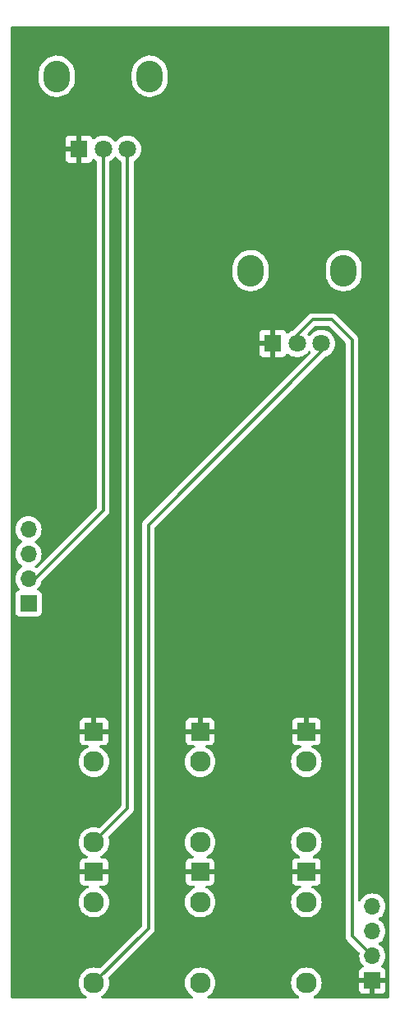
<source format=gbr>
%TF.GenerationSoftware,KiCad,Pcbnew,7.0.10*%
%TF.CreationDate,2024-02-20T21:55:09-06:00*%
%TF.ProjectId,Dual_VCA,4475616c-5f56-4434-912e-6b696361645f,rev?*%
%TF.SameCoordinates,Original*%
%TF.FileFunction,Copper,L2,Bot*%
%TF.FilePolarity,Positive*%
%FSLAX46Y46*%
G04 Gerber Fmt 4.6, Leading zero omitted, Abs format (unit mm)*
G04 Created by KiCad (PCBNEW 7.0.10) date 2024-02-20 21:55:09*
%MOMM*%
%LPD*%
G01*
G04 APERTURE LIST*
%TA.AperFunction,ComponentPad*%
%ADD10R,1.930000X1.830000*%
%TD*%
%TA.AperFunction,ComponentPad*%
%ADD11C,2.130000*%
%TD*%
%TA.AperFunction,ComponentPad*%
%ADD12R,1.700000X1.700000*%
%TD*%
%TA.AperFunction,ComponentPad*%
%ADD13O,1.700000X1.700000*%
%TD*%
%TA.AperFunction,ComponentPad*%
%ADD14O,2.720000X3.240000*%
%TD*%
%TA.AperFunction,ComponentPad*%
%ADD15R,1.800000X1.800000*%
%TD*%
%TA.AperFunction,ComponentPad*%
%ADD16C,1.800000*%
%TD*%
%TA.AperFunction,Conductor*%
%ADD17C,0.300000*%
%TD*%
G04 APERTURE END LIST*
D10*
%TO.P,J6,S*%
%TO.N,GND*%
X173310000Y-127100000D03*
D11*
%TO.P,J6,T*%
%TO.N,/in2_b*%
X173310000Y-138500000D03*
%TO.P,J6,TN*%
%TO.N,unconnected-(J6-PadTN)*%
X173310000Y-130200000D03*
%TD*%
D12*
%TO.P,J10,1,Pin_1*%
%TO.N,GND*%
X191060000Y-152730000D03*
D13*
%TO.P,J10,2,Pin_2*%
%TO.N,/cv1_b*%
X191060000Y-150190000D03*
%TO.P,J10,3,Pin_3*%
%TO.N,/out1_b*%
X191060000Y-147650000D03*
%TO.P,J10,4,Pin_4*%
%TO.N,/in1_b*%
X191060000Y-145110000D03*
%TD*%
D10*
%TO.P,J5,S*%
%TO.N,GND*%
X184260000Y-127100000D03*
D11*
%TO.P,J5,T*%
%TO.N,/out2_b*%
X184260000Y-138500000D03*
%TO.P,J5,TN*%
%TO.N,unconnected-(J5-PadTN)*%
X184260000Y-130200000D03*
%TD*%
D10*
%TO.P,J2,S*%
%TO.N,GND*%
X184260000Y-141550000D03*
D11*
%TO.P,J2,T*%
%TO.N,/out1_b*%
X184260000Y-152950000D03*
%TO.P,J2,TN*%
%TO.N,unconnected-(J2-PadTN)*%
X184260000Y-144650000D03*
%TD*%
D12*
%TO.P,J9,1,Pin_1*%
%TO.N,unconnected-(J9-Pin_1-Pad1)*%
X155610000Y-113930000D03*
D13*
%TO.P,J9,2,Pin_2*%
%TO.N,/cv2_b*%
X155610000Y-111390000D03*
%TO.P,J9,3,Pin_3*%
%TO.N,/in2_b*%
X155610000Y-108850000D03*
%TO.P,J9,4,Pin_4*%
%TO.N,/out2_b*%
X155610000Y-106310000D03*
%TD*%
D14*
%TO.P,RV5,*%
%TO.N,*%
X158520000Y-59700000D03*
X168120000Y-59700000D03*
D15*
%TO.P,RV5,1,1*%
%TO.N,GND*%
X160820000Y-67200000D03*
D16*
%TO.P,RV5,2,2*%
%TO.N,/cv2_b*%
X163310000Y-67200000D03*
%TO.P,RV5,3,3*%
%TO.N,Net-(J7-PadT)*%
X165820000Y-67200000D03*
%TD*%
D10*
%TO.P,J1,S*%
%TO.N,GND*%
X162360000Y-141550000D03*
D11*
%TO.P,J1,T*%
%TO.N,Net-(J1-PadT)*%
X162360000Y-152950000D03*
%TO.P,J1,TN*%
%TO.N,unconnected-(J1-PadTN)*%
X162360000Y-144650000D03*
%TD*%
D10*
%TO.P,J3,S*%
%TO.N,GND*%
X173310000Y-141550000D03*
D11*
%TO.P,J3,T*%
%TO.N,/in1_b*%
X173310000Y-152950000D03*
%TO.P,J3,TN*%
%TO.N,unconnected-(J3-PadTN)*%
X173310000Y-144650000D03*
%TD*%
D10*
%TO.P,J7,S*%
%TO.N,GND*%
X162360000Y-127100000D03*
D11*
%TO.P,J7,T*%
%TO.N,Net-(J7-PadT)*%
X162360000Y-138500000D03*
%TO.P,J7,TN*%
%TO.N,unconnected-(J7-PadTN)*%
X162360000Y-130200000D03*
%TD*%
D14*
%TO.P,RV1,*%
%TO.N,*%
X178510000Y-79695000D03*
X188110000Y-79695000D03*
D15*
%TO.P,RV1,1,1*%
%TO.N,GND*%
X180810000Y-87195000D03*
D16*
%TO.P,RV1,2,2*%
%TO.N,/cv1_b*%
X183310000Y-87195000D03*
%TO.P,RV1,3,3*%
%TO.N,Net-(J1-PadT)*%
X185810000Y-87195000D03*
%TD*%
D17*
%TO.N,/cv1_b*%
X184910000Y-84740000D02*
X183310000Y-86340000D01*
%TO.N,Net-(J1-PadT)*%
X185810000Y-88010000D02*
X167970000Y-105850000D01*
X167970000Y-147340000D02*
X162360000Y-152950000D01*
X185810000Y-87195000D02*
X185810000Y-88010000D01*
X167970000Y-105850000D02*
X167970000Y-147340000D01*
%TO.N,Net-(J7-PadT)*%
X165820000Y-135040000D02*
X162360000Y-138500000D01*
X165820000Y-67200000D02*
X165820000Y-135040000D01*
%TO.N,/cv1_b*%
X188970000Y-148150000D02*
X191010000Y-150190000D01*
X183310000Y-86340000D02*
X183310000Y-87195000D01*
X186860000Y-84740000D02*
X184910000Y-84740000D01*
X188960000Y-148150000D02*
X188960000Y-86840000D01*
%TO.N,/cv2_b*%
X156310000Y-111390000D02*
X163310000Y-104390000D01*
%TO.N,/cv1_b*%
X188960000Y-86840000D02*
X186860000Y-84740000D01*
%TO.N,/cv2_b*%
X163310000Y-104390000D02*
X163310000Y-67200000D01*
%TO.N,/cv1_b*%
X188960000Y-148150000D02*
X188970000Y-148150000D01*
%TO.N,/cv2_b*%
X155560000Y-111390000D02*
X156310000Y-111390000D01*
%TD*%
%TA.AperFunction,Conductor*%
%TO.N,GND*%
G36*
X192752539Y-54550185D02*
G01*
X192798294Y-54602989D01*
X192809500Y-54654500D01*
X192809500Y-154405500D01*
X192789815Y-154472539D01*
X192737011Y-154518294D01*
X192685500Y-154529500D01*
X185118342Y-154529500D01*
X185051303Y-154509815D01*
X185005548Y-154457011D01*
X184995604Y-154387853D01*
X185024629Y-154324297D01*
X185053548Y-154299774D01*
X185183023Y-154220433D01*
X185370399Y-154060399D01*
X185530433Y-153873023D01*
X185659184Y-153662920D01*
X185753483Y-153435262D01*
X185811007Y-153195655D01*
X185830341Y-152950000D01*
X185811007Y-152704345D01*
X185753483Y-152464738D01*
X185703657Y-152344447D01*
X185659184Y-152237079D01*
X185530436Y-152026981D01*
X185530435Y-152026979D01*
X185494280Y-151984648D01*
X185370399Y-151839601D01*
X185246516Y-151733795D01*
X185183020Y-151679564D01*
X185183018Y-151679563D01*
X184972920Y-151550815D01*
X184745264Y-151456517D01*
X184505658Y-151398993D01*
X184260000Y-151379659D01*
X184014341Y-151398993D01*
X183774735Y-151456517D01*
X183547079Y-151550815D01*
X183336981Y-151679563D01*
X183336979Y-151679564D01*
X183149601Y-151839601D01*
X182989564Y-152026979D01*
X182989563Y-152026981D01*
X182860815Y-152237079D01*
X182766517Y-152464735D01*
X182708993Y-152704341D01*
X182689659Y-152950000D01*
X182708993Y-153195658D01*
X182766517Y-153435264D01*
X182860815Y-153662920D01*
X182989563Y-153873018D01*
X182989564Y-153873020D01*
X182989567Y-153873023D01*
X183149601Y-154060399D01*
X183336977Y-154220433D01*
X183466449Y-154299773D01*
X183513323Y-154351584D01*
X183524746Y-154420514D01*
X183497089Y-154484677D01*
X183439133Y-154523701D01*
X183401658Y-154529500D01*
X174168342Y-154529500D01*
X174101303Y-154509815D01*
X174055548Y-154457011D01*
X174045604Y-154387853D01*
X174074629Y-154324297D01*
X174103548Y-154299774D01*
X174233023Y-154220433D01*
X174420399Y-154060399D01*
X174580433Y-153873023D01*
X174709184Y-153662920D01*
X174803483Y-153435262D01*
X174861007Y-153195655D01*
X174880341Y-152950000D01*
X174861007Y-152704345D01*
X174803483Y-152464738D01*
X174753657Y-152344447D01*
X174709184Y-152237079D01*
X174580436Y-152026981D01*
X174580435Y-152026979D01*
X174544280Y-151984648D01*
X174420399Y-151839601D01*
X174296516Y-151733795D01*
X174233020Y-151679564D01*
X174233018Y-151679563D01*
X174022920Y-151550815D01*
X173795264Y-151456517D01*
X173555658Y-151398993D01*
X173310000Y-151379659D01*
X173064341Y-151398993D01*
X172824735Y-151456517D01*
X172597079Y-151550815D01*
X172386981Y-151679563D01*
X172386979Y-151679564D01*
X172199601Y-151839601D01*
X172039564Y-152026979D01*
X172039563Y-152026981D01*
X171910815Y-152237079D01*
X171816517Y-152464735D01*
X171758993Y-152704341D01*
X171739659Y-152950000D01*
X171758993Y-153195658D01*
X171816517Y-153435264D01*
X171910815Y-153662920D01*
X172039563Y-153873018D01*
X172039564Y-153873020D01*
X172039567Y-153873023D01*
X172199601Y-154060399D01*
X172386977Y-154220433D01*
X172516449Y-154299773D01*
X172563323Y-154351584D01*
X172574746Y-154420514D01*
X172547089Y-154484677D01*
X172489133Y-154523701D01*
X172451658Y-154529500D01*
X163218342Y-154529500D01*
X163151303Y-154509815D01*
X163105548Y-154457011D01*
X163095604Y-154387853D01*
X163124629Y-154324297D01*
X163153548Y-154299774D01*
X163283023Y-154220433D01*
X163470399Y-154060399D01*
X163630433Y-153873023D01*
X163759184Y-153662920D01*
X163853483Y-153435262D01*
X163911007Y-153195655D01*
X163930341Y-152950000D01*
X163911007Y-152704345D01*
X163853483Y-152464738D01*
X163852604Y-152461075D01*
X163856095Y-152391292D01*
X163885495Y-152344449D01*
X168369513Y-147860431D01*
X168382079Y-147850365D01*
X168381925Y-147850178D01*
X168387933Y-147845205D01*
X168387940Y-147845202D01*
X168411227Y-147820402D01*
X168435865Y-147794167D01*
X168438578Y-147791367D01*
X168458911Y-147771035D01*
X168461606Y-147767560D01*
X168469199Y-147758669D01*
X168500448Y-147725393D01*
X168510674Y-147706790D01*
X168521353Y-147690533D01*
X168534362Y-147673764D01*
X168552498Y-147631850D01*
X168557620Y-147621395D01*
X168579627Y-147581368D01*
X168584907Y-147560802D01*
X168591209Y-147542395D01*
X168599635Y-147522926D01*
X168606777Y-147477824D01*
X168609145Y-147466397D01*
X168620499Y-147422179D01*
X168620500Y-147422177D01*
X168620500Y-147400955D01*
X168622027Y-147381555D01*
X168625347Y-147360595D01*
X168621050Y-147315140D01*
X168620500Y-147303470D01*
X168620500Y-144650000D01*
X171739659Y-144650000D01*
X171758993Y-144895658D01*
X171816517Y-145135264D01*
X171910815Y-145362920D01*
X172039563Y-145573018D01*
X172039564Y-145573020D01*
X172040114Y-145573664D01*
X172199601Y-145760399D01*
X172344648Y-145884280D01*
X172386979Y-145920435D01*
X172386981Y-145920436D01*
X172597079Y-146049184D01*
X172824735Y-146143482D01*
X172824736Y-146143482D01*
X172824738Y-146143483D01*
X173064345Y-146201007D01*
X173310000Y-146220341D01*
X173555655Y-146201007D01*
X173795262Y-146143483D01*
X174022920Y-146049184D01*
X174233023Y-145920433D01*
X174420399Y-145760399D01*
X174580433Y-145573023D01*
X174709184Y-145362920D01*
X174803483Y-145135262D01*
X174861007Y-144895655D01*
X174880341Y-144650000D01*
X182689659Y-144650000D01*
X182708993Y-144895658D01*
X182766517Y-145135264D01*
X182860815Y-145362920D01*
X182989563Y-145573018D01*
X182989564Y-145573020D01*
X182990114Y-145573664D01*
X183149601Y-145760399D01*
X183294648Y-145884280D01*
X183336979Y-145920435D01*
X183336981Y-145920436D01*
X183547079Y-146049184D01*
X183774735Y-146143482D01*
X183774736Y-146143482D01*
X183774738Y-146143483D01*
X184014345Y-146201007D01*
X184260000Y-146220341D01*
X184505655Y-146201007D01*
X184745262Y-146143483D01*
X184972920Y-146049184D01*
X185183023Y-145920433D01*
X185370399Y-145760399D01*
X185530433Y-145573023D01*
X185659184Y-145362920D01*
X185753483Y-145135262D01*
X185811007Y-144895655D01*
X185830341Y-144650000D01*
X185811007Y-144404345D01*
X185753483Y-144164738D01*
X185659184Y-143937080D01*
X185659184Y-143937079D01*
X185530436Y-143726981D01*
X185530435Y-143726979D01*
X185494280Y-143684648D01*
X185370399Y-143539601D01*
X185246516Y-143433795D01*
X185183020Y-143379564D01*
X185183018Y-143379563D01*
X184972919Y-143250815D01*
X184972920Y-143250815D01*
X184858838Y-143203561D01*
X184804435Y-143159720D01*
X184782370Y-143093426D01*
X184799649Y-143025726D01*
X184850787Y-142978116D01*
X184906291Y-142965000D01*
X185272828Y-142965000D01*
X185272844Y-142964999D01*
X185332372Y-142958598D01*
X185332379Y-142958596D01*
X185467086Y-142908354D01*
X185467093Y-142908350D01*
X185582187Y-142822190D01*
X185582190Y-142822187D01*
X185668350Y-142707093D01*
X185668354Y-142707086D01*
X185718596Y-142572379D01*
X185718598Y-142572372D01*
X185724999Y-142512844D01*
X185725000Y-142512827D01*
X185725000Y-141800000D01*
X184816520Y-141800000D01*
X184844755Y-141739998D01*
X184873635Y-141588607D01*
X184863957Y-141434789D01*
X184820162Y-141300000D01*
X185725000Y-141300000D01*
X185725000Y-140587172D01*
X185724999Y-140587155D01*
X185718598Y-140527627D01*
X185718596Y-140527620D01*
X185668354Y-140392913D01*
X185668350Y-140392906D01*
X185582190Y-140277812D01*
X185582187Y-140277809D01*
X185467093Y-140191649D01*
X185467086Y-140191645D01*
X185332379Y-140141403D01*
X185332372Y-140141401D01*
X185272844Y-140135000D01*
X185026603Y-140135000D01*
X184959564Y-140115315D01*
X184913809Y-140062511D01*
X184903865Y-139993353D01*
X184932890Y-139929797D01*
X184970305Y-139900517D01*
X184972914Y-139899186D01*
X184972920Y-139899184D01*
X185183023Y-139770433D01*
X185370399Y-139610399D01*
X185530433Y-139423023D01*
X185659184Y-139212920D01*
X185753483Y-138985262D01*
X185811007Y-138745655D01*
X185830341Y-138500000D01*
X185811007Y-138254345D01*
X185753483Y-138014738D01*
X185659184Y-137787080D01*
X185659184Y-137787079D01*
X185530436Y-137576981D01*
X185530435Y-137576979D01*
X185494280Y-137534648D01*
X185370399Y-137389601D01*
X185246516Y-137283795D01*
X185183020Y-137229564D01*
X185183018Y-137229563D01*
X184972920Y-137100815D01*
X184745264Y-137006517D01*
X184505658Y-136948993D01*
X184260000Y-136929659D01*
X184014341Y-136948993D01*
X183774735Y-137006517D01*
X183547079Y-137100815D01*
X183336981Y-137229563D01*
X183336979Y-137229564D01*
X183149601Y-137389601D01*
X182989564Y-137576979D01*
X182989563Y-137576981D01*
X182860815Y-137787079D01*
X182766517Y-138014735D01*
X182708993Y-138254341D01*
X182689659Y-138500000D01*
X182708993Y-138745658D01*
X182766517Y-138985264D01*
X182860815Y-139212920D01*
X182989563Y-139423018D01*
X182989564Y-139423020D01*
X182989567Y-139423023D01*
X183149601Y-139610399D01*
X183294648Y-139734280D01*
X183336979Y-139770435D01*
X183336981Y-139770436D01*
X183547080Y-139899184D01*
X183549695Y-139900517D01*
X183550508Y-139901285D01*
X183551234Y-139901730D01*
X183551140Y-139901882D01*
X183600490Y-139948493D01*
X183617283Y-140016314D01*
X183594743Y-140082449D01*
X183540027Y-140125898D01*
X183493397Y-140135000D01*
X183247155Y-140135000D01*
X183187627Y-140141401D01*
X183187620Y-140141403D01*
X183052913Y-140191645D01*
X183052906Y-140191649D01*
X182937812Y-140277809D01*
X182937809Y-140277812D01*
X182851649Y-140392906D01*
X182851645Y-140392913D01*
X182801403Y-140527620D01*
X182801401Y-140527627D01*
X182795000Y-140587155D01*
X182795000Y-141300000D01*
X183703480Y-141300000D01*
X183675245Y-141360002D01*
X183646365Y-141511393D01*
X183656043Y-141665211D01*
X183699838Y-141800000D01*
X182795000Y-141800000D01*
X182795000Y-142512844D01*
X182801401Y-142572372D01*
X182801403Y-142572379D01*
X182851645Y-142707086D01*
X182851649Y-142707093D01*
X182937809Y-142822187D01*
X182937812Y-142822190D01*
X183052906Y-142908350D01*
X183052913Y-142908354D01*
X183187620Y-142958596D01*
X183187627Y-142958598D01*
X183247155Y-142964999D01*
X183247172Y-142965000D01*
X183613709Y-142965000D01*
X183680748Y-142984685D01*
X183726503Y-143037489D01*
X183736447Y-143106647D01*
X183707422Y-143170203D01*
X183661162Y-143203561D01*
X183547079Y-143250815D01*
X183336981Y-143379563D01*
X183336979Y-143379564D01*
X183149601Y-143539601D01*
X182989564Y-143726979D01*
X182989563Y-143726981D01*
X182860815Y-143937079D01*
X182766517Y-144164735D01*
X182708993Y-144404341D01*
X182689659Y-144650000D01*
X174880341Y-144650000D01*
X174861007Y-144404345D01*
X174803483Y-144164738D01*
X174709184Y-143937080D01*
X174709184Y-143937079D01*
X174580436Y-143726981D01*
X174580435Y-143726979D01*
X174544280Y-143684648D01*
X174420399Y-143539601D01*
X174296516Y-143433795D01*
X174233020Y-143379564D01*
X174233018Y-143379563D01*
X174022919Y-143250815D01*
X174022920Y-143250815D01*
X173908838Y-143203561D01*
X173854435Y-143159720D01*
X173832370Y-143093426D01*
X173849649Y-143025726D01*
X173900787Y-142978116D01*
X173956291Y-142965000D01*
X174322828Y-142965000D01*
X174322844Y-142964999D01*
X174382372Y-142958598D01*
X174382379Y-142958596D01*
X174517086Y-142908354D01*
X174517093Y-142908350D01*
X174632187Y-142822190D01*
X174632190Y-142822187D01*
X174718350Y-142707093D01*
X174718354Y-142707086D01*
X174768596Y-142572379D01*
X174768598Y-142572372D01*
X174774999Y-142512844D01*
X174775000Y-142512827D01*
X174775000Y-141800000D01*
X173866520Y-141800000D01*
X173894755Y-141739998D01*
X173923635Y-141588607D01*
X173913957Y-141434789D01*
X173870162Y-141300000D01*
X174775000Y-141300000D01*
X174775000Y-140587172D01*
X174774999Y-140587155D01*
X174768598Y-140527627D01*
X174768596Y-140527620D01*
X174718354Y-140392913D01*
X174718350Y-140392906D01*
X174632190Y-140277812D01*
X174632187Y-140277809D01*
X174517093Y-140191649D01*
X174517086Y-140191645D01*
X174382379Y-140141403D01*
X174382372Y-140141401D01*
X174322844Y-140135000D01*
X174076603Y-140135000D01*
X174009564Y-140115315D01*
X173963809Y-140062511D01*
X173953865Y-139993353D01*
X173982890Y-139929797D01*
X174020305Y-139900517D01*
X174022914Y-139899186D01*
X174022920Y-139899184D01*
X174233023Y-139770433D01*
X174420399Y-139610399D01*
X174580433Y-139423023D01*
X174709184Y-139212920D01*
X174803483Y-138985262D01*
X174861007Y-138745655D01*
X174880341Y-138500000D01*
X174861007Y-138254345D01*
X174803483Y-138014738D01*
X174709184Y-137787080D01*
X174709184Y-137787079D01*
X174580436Y-137576981D01*
X174580435Y-137576979D01*
X174544280Y-137534648D01*
X174420399Y-137389601D01*
X174296516Y-137283795D01*
X174233020Y-137229564D01*
X174233018Y-137229563D01*
X174022920Y-137100815D01*
X173795264Y-137006517D01*
X173555658Y-136948993D01*
X173310000Y-136929659D01*
X173064341Y-136948993D01*
X172824735Y-137006517D01*
X172597079Y-137100815D01*
X172386981Y-137229563D01*
X172386979Y-137229564D01*
X172199601Y-137389601D01*
X172039564Y-137576979D01*
X172039563Y-137576981D01*
X171910815Y-137787079D01*
X171816517Y-138014735D01*
X171758993Y-138254341D01*
X171739659Y-138500000D01*
X171758993Y-138745658D01*
X171816517Y-138985264D01*
X171910815Y-139212920D01*
X172039563Y-139423018D01*
X172039564Y-139423020D01*
X172039567Y-139423023D01*
X172199601Y-139610399D01*
X172344648Y-139734280D01*
X172386979Y-139770435D01*
X172386981Y-139770436D01*
X172597080Y-139899184D01*
X172599695Y-139900517D01*
X172600508Y-139901285D01*
X172601234Y-139901730D01*
X172601140Y-139901882D01*
X172650490Y-139948493D01*
X172667283Y-140016314D01*
X172644743Y-140082449D01*
X172590027Y-140125898D01*
X172543397Y-140135000D01*
X172297155Y-140135000D01*
X172237627Y-140141401D01*
X172237620Y-140141403D01*
X172102913Y-140191645D01*
X172102906Y-140191649D01*
X171987812Y-140277809D01*
X171987809Y-140277812D01*
X171901649Y-140392906D01*
X171901645Y-140392913D01*
X171851403Y-140527620D01*
X171851401Y-140527627D01*
X171845000Y-140587155D01*
X171845000Y-141300000D01*
X172753480Y-141300000D01*
X172725245Y-141360002D01*
X172696365Y-141511393D01*
X172706043Y-141665211D01*
X172749838Y-141800000D01*
X171845000Y-141800000D01*
X171845000Y-142512844D01*
X171851401Y-142572372D01*
X171851403Y-142572379D01*
X171901645Y-142707086D01*
X171901649Y-142707093D01*
X171987809Y-142822187D01*
X171987812Y-142822190D01*
X172102906Y-142908350D01*
X172102913Y-142908354D01*
X172237620Y-142958596D01*
X172237627Y-142958598D01*
X172297155Y-142964999D01*
X172297172Y-142965000D01*
X172663709Y-142965000D01*
X172730748Y-142984685D01*
X172776503Y-143037489D01*
X172786447Y-143106647D01*
X172757422Y-143170203D01*
X172711162Y-143203561D01*
X172597079Y-143250815D01*
X172386981Y-143379563D01*
X172386979Y-143379564D01*
X172199601Y-143539601D01*
X172039564Y-143726979D01*
X172039563Y-143726981D01*
X171910815Y-143937079D01*
X171816517Y-144164735D01*
X171758993Y-144404341D01*
X171739659Y-144650000D01*
X168620500Y-144650000D01*
X168620500Y-130200000D01*
X171739659Y-130200000D01*
X171758993Y-130445658D01*
X171816517Y-130685264D01*
X171910815Y-130912920D01*
X172039563Y-131123018D01*
X172039564Y-131123020D01*
X172039567Y-131123023D01*
X172199601Y-131310399D01*
X172344648Y-131434280D01*
X172386979Y-131470435D01*
X172386981Y-131470436D01*
X172597079Y-131599184D01*
X172824735Y-131693482D01*
X172824736Y-131693482D01*
X172824738Y-131693483D01*
X173064345Y-131751007D01*
X173310000Y-131770341D01*
X173555655Y-131751007D01*
X173795262Y-131693483D01*
X174022920Y-131599184D01*
X174233023Y-131470433D01*
X174420399Y-131310399D01*
X174580433Y-131123023D01*
X174709184Y-130912920D01*
X174803483Y-130685262D01*
X174861007Y-130445655D01*
X174880341Y-130200000D01*
X182689659Y-130200000D01*
X182708993Y-130445658D01*
X182766517Y-130685264D01*
X182860815Y-130912920D01*
X182989563Y-131123018D01*
X182989564Y-131123020D01*
X182989567Y-131123023D01*
X183149601Y-131310399D01*
X183294648Y-131434280D01*
X183336979Y-131470435D01*
X183336981Y-131470436D01*
X183547079Y-131599184D01*
X183774735Y-131693482D01*
X183774736Y-131693482D01*
X183774738Y-131693483D01*
X184014345Y-131751007D01*
X184260000Y-131770341D01*
X184505655Y-131751007D01*
X184745262Y-131693483D01*
X184972920Y-131599184D01*
X185183023Y-131470433D01*
X185370399Y-131310399D01*
X185530433Y-131123023D01*
X185659184Y-130912920D01*
X185753483Y-130685262D01*
X185811007Y-130445655D01*
X185830341Y-130200000D01*
X185811007Y-129954345D01*
X185753483Y-129714738D01*
X185659184Y-129487080D01*
X185659184Y-129487079D01*
X185530436Y-129276981D01*
X185530435Y-129276979D01*
X185494280Y-129234648D01*
X185370399Y-129089601D01*
X185246516Y-128983795D01*
X185183020Y-128929564D01*
X185183018Y-128929563D01*
X184972919Y-128800815D01*
X184972920Y-128800815D01*
X184858838Y-128753561D01*
X184804435Y-128709720D01*
X184782370Y-128643426D01*
X184799649Y-128575726D01*
X184850787Y-128528116D01*
X184906291Y-128515000D01*
X185272828Y-128515000D01*
X185272844Y-128514999D01*
X185332372Y-128508598D01*
X185332379Y-128508596D01*
X185467086Y-128458354D01*
X185467093Y-128458350D01*
X185582187Y-128372190D01*
X185582190Y-128372187D01*
X185668350Y-128257093D01*
X185668354Y-128257086D01*
X185718596Y-128122379D01*
X185718598Y-128122372D01*
X185724999Y-128062844D01*
X185725000Y-128062827D01*
X185725000Y-127350000D01*
X184816520Y-127350000D01*
X184844755Y-127289998D01*
X184873635Y-127138607D01*
X184863957Y-126984789D01*
X184820162Y-126850000D01*
X185725000Y-126850000D01*
X185725000Y-126137172D01*
X185724999Y-126137155D01*
X185718598Y-126077627D01*
X185718596Y-126077620D01*
X185668354Y-125942913D01*
X185668350Y-125942906D01*
X185582190Y-125827812D01*
X185582187Y-125827809D01*
X185467093Y-125741649D01*
X185467086Y-125741645D01*
X185332379Y-125691403D01*
X185332372Y-125691401D01*
X185272844Y-125685000D01*
X184510000Y-125685000D01*
X184510000Y-126541335D01*
X184486341Y-126528329D01*
X184337061Y-126490000D01*
X184221625Y-126490000D01*
X184107094Y-126504469D01*
X184010000Y-126542911D01*
X184010000Y-125685000D01*
X183247155Y-125685000D01*
X183187627Y-125691401D01*
X183187620Y-125691403D01*
X183052913Y-125741645D01*
X183052906Y-125741649D01*
X182937812Y-125827809D01*
X182937809Y-125827812D01*
X182851649Y-125942906D01*
X182851645Y-125942913D01*
X182801403Y-126077620D01*
X182801401Y-126077627D01*
X182795000Y-126137155D01*
X182795000Y-126850000D01*
X183703480Y-126850000D01*
X183675245Y-126910002D01*
X183646365Y-127061393D01*
X183656043Y-127215211D01*
X183699838Y-127350000D01*
X182795000Y-127350000D01*
X182795000Y-128062844D01*
X182801401Y-128122372D01*
X182801403Y-128122379D01*
X182851645Y-128257086D01*
X182851649Y-128257093D01*
X182937809Y-128372187D01*
X182937812Y-128372190D01*
X183052906Y-128458350D01*
X183052913Y-128458354D01*
X183187620Y-128508596D01*
X183187627Y-128508598D01*
X183247155Y-128514999D01*
X183247172Y-128515000D01*
X183613709Y-128515000D01*
X183680748Y-128534685D01*
X183726503Y-128587489D01*
X183736447Y-128656647D01*
X183707422Y-128720203D01*
X183661162Y-128753561D01*
X183547079Y-128800815D01*
X183336981Y-128929563D01*
X183336979Y-128929564D01*
X183149601Y-129089601D01*
X182989564Y-129276979D01*
X182989563Y-129276981D01*
X182860815Y-129487079D01*
X182766517Y-129714735D01*
X182708993Y-129954341D01*
X182689659Y-130200000D01*
X174880341Y-130200000D01*
X174861007Y-129954345D01*
X174803483Y-129714738D01*
X174709184Y-129487080D01*
X174709184Y-129487079D01*
X174580436Y-129276981D01*
X174580435Y-129276979D01*
X174544280Y-129234648D01*
X174420399Y-129089601D01*
X174296516Y-128983795D01*
X174233020Y-128929564D01*
X174233018Y-128929563D01*
X174022919Y-128800815D01*
X174022920Y-128800815D01*
X173908838Y-128753561D01*
X173854435Y-128709720D01*
X173832370Y-128643426D01*
X173849649Y-128575726D01*
X173900787Y-128528116D01*
X173956291Y-128515000D01*
X174322828Y-128515000D01*
X174322844Y-128514999D01*
X174382372Y-128508598D01*
X174382379Y-128508596D01*
X174517086Y-128458354D01*
X174517093Y-128458350D01*
X174632187Y-128372190D01*
X174632190Y-128372187D01*
X174718350Y-128257093D01*
X174718354Y-128257086D01*
X174768596Y-128122379D01*
X174768598Y-128122372D01*
X174774999Y-128062844D01*
X174775000Y-128062827D01*
X174775000Y-127350000D01*
X173866520Y-127350000D01*
X173894755Y-127289998D01*
X173923635Y-127138607D01*
X173913957Y-126984789D01*
X173870162Y-126850000D01*
X174775000Y-126850000D01*
X174775000Y-126137172D01*
X174774999Y-126137155D01*
X174768598Y-126077627D01*
X174768596Y-126077620D01*
X174718354Y-125942913D01*
X174718350Y-125942906D01*
X174632190Y-125827812D01*
X174632187Y-125827809D01*
X174517093Y-125741649D01*
X174517086Y-125741645D01*
X174382379Y-125691403D01*
X174382372Y-125691401D01*
X174322844Y-125685000D01*
X173560000Y-125685000D01*
X173560000Y-126541335D01*
X173536341Y-126528329D01*
X173387061Y-126490000D01*
X173271625Y-126490000D01*
X173157094Y-126504469D01*
X173060000Y-126542911D01*
X173060000Y-125685000D01*
X172297155Y-125685000D01*
X172237627Y-125691401D01*
X172237620Y-125691403D01*
X172102913Y-125741645D01*
X172102906Y-125741649D01*
X171987812Y-125827809D01*
X171987809Y-125827812D01*
X171901649Y-125942906D01*
X171901645Y-125942913D01*
X171851403Y-126077620D01*
X171851401Y-126077627D01*
X171845000Y-126137155D01*
X171845000Y-126850000D01*
X172753480Y-126850000D01*
X172725245Y-126910002D01*
X172696365Y-127061393D01*
X172706043Y-127215211D01*
X172749838Y-127350000D01*
X171845000Y-127350000D01*
X171845000Y-128062844D01*
X171851401Y-128122372D01*
X171851403Y-128122379D01*
X171901645Y-128257086D01*
X171901649Y-128257093D01*
X171987809Y-128372187D01*
X171987812Y-128372190D01*
X172102906Y-128458350D01*
X172102913Y-128458354D01*
X172237620Y-128508596D01*
X172237627Y-128508598D01*
X172297155Y-128514999D01*
X172297172Y-128515000D01*
X172663709Y-128515000D01*
X172730748Y-128534685D01*
X172776503Y-128587489D01*
X172786447Y-128656647D01*
X172757422Y-128720203D01*
X172711162Y-128753561D01*
X172597079Y-128800815D01*
X172386981Y-128929563D01*
X172386979Y-128929564D01*
X172199601Y-129089601D01*
X172039564Y-129276979D01*
X172039563Y-129276981D01*
X171910815Y-129487079D01*
X171816517Y-129714735D01*
X171758993Y-129954341D01*
X171739659Y-130200000D01*
X168620500Y-130200000D01*
X168620500Y-106170807D01*
X168640185Y-106103768D01*
X168656814Y-106083131D01*
X186176827Y-88563117D01*
X186224239Y-88533520D01*
X186374503Y-88481936D01*
X186578626Y-88371470D01*
X186761784Y-88228913D01*
X186918979Y-88058153D01*
X187045924Y-87863849D01*
X187139157Y-87651300D01*
X187196134Y-87426305D01*
X187196135Y-87426297D01*
X187215300Y-87195006D01*
X187215300Y-87194993D01*
X187196135Y-86963702D01*
X187196133Y-86963691D01*
X187139157Y-86738699D01*
X187045924Y-86526151D01*
X186918983Y-86331852D01*
X186918980Y-86331849D01*
X186918979Y-86331847D01*
X186761784Y-86161087D01*
X186761779Y-86161083D01*
X186761777Y-86161081D01*
X186578634Y-86018535D01*
X186578628Y-86018531D01*
X186374504Y-85908064D01*
X186374495Y-85908061D01*
X186154984Y-85832702D01*
X185967404Y-85801401D01*
X185926049Y-85794500D01*
X185693951Y-85794500D01*
X185652596Y-85801401D01*
X185465015Y-85832702D01*
X185245504Y-85908061D01*
X185245495Y-85908064D01*
X185041371Y-86018531D01*
X185041365Y-86018535D01*
X184858222Y-86161081D01*
X184858219Y-86161084D01*
X184858216Y-86161086D01*
X184858216Y-86161087D01*
X184707138Y-86325203D01*
X184701015Y-86331854D01*
X184663808Y-86388804D01*
X184610662Y-86434161D01*
X184541430Y-86443584D01*
X184478095Y-86414082D01*
X184456192Y-86388804D01*
X184418982Y-86331851D01*
X184418980Y-86331849D01*
X184418979Y-86331847D01*
X184412861Y-86325201D01*
X184381938Y-86262550D01*
X184389795Y-86193123D01*
X184416405Y-86153539D01*
X185143127Y-85426819D01*
X185204450Y-85393334D01*
X185230808Y-85390500D01*
X186539192Y-85390500D01*
X186606231Y-85410185D01*
X186626873Y-85426819D01*
X188273181Y-87073127D01*
X188306666Y-87134450D01*
X188309500Y-87160808D01*
X188309500Y-148076789D01*
X188307304Y-148100020D01*
X188305624Y-148108826D01*
X188305624Y-148108830D01*
X188309255Y-148166542D01*
X188309500Y-148174328D01*
X188309500Y-148190930D01*
X188311579Y-148207398D01*
X188312311Y-148215140D01*
X188315943Y-148272859D01*
X188318714Y-148281384D01*
X188323805Y-148304159D01*
X188324928Y-148313053D01*
X188324930Y-148313060D01*
X188346221Y-148366839D01*
X188348857Y-148374162D01*
X188366731Y-148429169D01*
X188366733Y-148429174D01*
X188371534Y-148436738D01*
X188382129Y-148457530D01*
X188385432Y-148465871D01*
X188385436Y-148465878D01*
X188419434Y-148512672D01*
X188423802Y-148519098D01*
X188425264Y-148521402D01*
X188454797Y-148567939D01*
X188461332Y-148574076D01*
X188476761Y-148591577D01*
X188482033Y-148598833D01*
X188482035Y-148598836D01*
X188526600Y-148635703D01*
X188532443Y-148640854D01*
X188574607Y-148680448D01*
X188580916Y-148685032D01*
X188580619Y-148685440D01*
X188600179Y-148700125D01*
X189701724Y-149801670D01*
X189735209Y-149862993D01*
X189733819Y-149921441D01*
X189724937Y-149954593D01*
X189704341Y-150189999D01*
X189704341Y-150190000D01*
X189724936Y-150425403D01*
X189724938Y-150425413D01*
X189786094Y-150653655D01*
X189786096Y-150653659D01*
X189786097Y-150653663D01*
X189885965Y-150867830D01*
X189885967Y-150867834D01*
X189994281Y-151022521D01*
X190021501Y-151061396D01*
X190021506Y-151061402D01*
X190143818Y-151183714D01*
X190177303Y-151245037D01*
X190172319Y-151314729D01*
X190130447Y-151370662D01*
X190099471Y-151387577D01*
X189967912Y-151436646D01*
X189967906Y-151436649D01*
X189852812Y-151522809D01*
X189852809Y-151522812D01*
X189766649Y-151637906D01*
X189766645Y-151637913D01*
X189716403Y-151772620D01*
X189716401Y-151772627D01*
X189710000Y-151832155D01*
X189710000Y-152480000D01*
X190626314Y-152480000D01*
X190600507Y-152520156D01*
X190560000Y-152658111D01*
X190560000Y-152801889D01*
X190600507Y-152939844D01*
X190626314Y-152980000D01*
X189710000Y-152980000D01*
X189710000Y-153627844D01*
X189716401Y-153687372D01*
X189716403Y-153687379D01*
X189766645Y-153822086D01*
X189766649Y-153822093D01*
X189852809Y-153937187D01*
X189852812Y-153937190D01*
X189967906Y-154023350D01*
X189967913Y-154023354D01*
X190102620Y-154073596D01*
X190102627Y-154073598D01*
X190162155Y-154079999D01*
X190162172Y-154080000D01*
X190810000Y-154080000D01*
X190810000Y-153165501D01*
X190917685Y-153214680D01*
X191024237Y-153230000D01*
X191095763Y-153230000D01*
X191202315Y-153214680D01*
X191310000Y-153165501D01*
X191310000Y-154080000D01*
X191957828Y-154080000D01*
X191957844Y-154079999D01*
X192017372Y-154073598D01*
X192017379Y-154073596D01*
X192152086Y-154023354D01*
X192152093Y-154023350D01*
X192267187Y-153937190D01*
X192267190Y-153937187D01*
X192353350Y-153822093D01*
X192353354Y-153822086D01*
X192403596Y-153687379D01*
X192403598Y-153687372D01*
X192409999Y-153627844D01*
X192410000Y-153627827D01*
X192410000Y-152980000D01*
X191493686Y-152980000D01*
X191519493Y-152939844D01*
X191560000Y-152801889D01*
X191560000Y-152658111D01*
X191519493Y-152520156D01*
X191493686Y-152480000D01*
X192410000Y-152480000D01*
X192410000Y-151832172D01*
X192409999Y-151832155D01*
X192403598Y-151772627D01*
X192403596Y-151772620D01*
X192353354Y-151637913D01*
X192353350Y-151637906D01*
X192267190Y-151522812D01*
X192267187Y-151522809D01*
X192152093Y-151436649D01*
X192152088Y-151436646D01*
X192020528Y-151387577D01*
X191964595Y-151345705D01*
X191940178Y-151280241D01*
X191955030Y-151211968D01*
X191976175Y-151183720D01*
X192098495Y-151061401D01*
X192234035Y-150867830D01*
X192333903Y-150653663D01*
X192395063Y-150425408D01*
X192415659Y-150190000D01*
X192395063Y-149954592D01*
X192333903Y-149726337D01*
X192234035Y-149512171D01*
X192098495Y-149318599D01*
X192098494Y-149318597D01*
X191931402Y-149151506D01*
X191931396Y-149151501D01*
X191745842Y-149021575D01*
X191702217Y-148966998D01*
X191695023Y-148897500D01*
X191726546Y-148835145D01*
X191745842Y-148818425D01*
X191768026Y-148802891D01*
X191931401Y-148688495D01*
X192098495Y-148521401D01*
X192234035Y-148327830D01*
X192333903Y-148113663D01*
X192395063Y-147885408D01*
X192415659Y-147650000D01*
X192395063Y-147414592D01*
X192333903Y-147186337D01*
X192234035Y-146972171D01*
X192098495Y-146778599D01*
X192098494Y-146778597D01*
X191931402Y-146611506D01*
X191931396Y-146611501D01*
X191745842Y-146481575D01*
X191702217Y-146426998D01*
X191695023Y-146357500D01*
X191726546Y-146295145D01*
X191745842Y-146278425D01*
X191856406Y-146201007D01*
X191931401Y-146148495D01*
X192098495Y-145981401D01*
X192234035Y-145787830D01*
X192333903Y-145573663D01*
X192395063Y-145345408D01*
X192415659Y-145110000D01*
X192395063Y-144874592D01*
X192348626Y-144701285D01*
X192333905Y-144646344D01*
X192333904Y-144646343D01*
X192333903Y-144646337D01*
X192234035Y-144432171D01*
X192214552Y-144404345D01*
X192098494Y-144238597D01*
X191931402Y-144071506D01*
X191931395Y-144071501D01*
X191737834Y-143935967D01*
X191737830Y-143935965D01*
X191737828Y-143935964D01*
X191523663Y-143836097D01*
X191523659Y-143836096D01*
X191523655Y-143836094D01*
X191295413Y-143774938D01*
X191295403Y-143774936D01*
X191060001Y-143754341D01*
X191059999Y-143754341D01*
X190824596Y-143774936D01*
X190824586Y-143774938D01*
X190596344Y-143836094D01*
X190596335Y-143836098D01*
X190382171Y-143935964D01*
X190382169Y-143935965D01*
X190188597Y-144071505D01*
X190021505Y-144238597D01*
X189885965Y-144432169D01*
X189885964Y-144432171D01*
X189846882Y-144515984D01*
X189800710Y-144568423D01*
X189733516Y-144587575D01*
X189666635Y-144567359D01*
X189621300Y-144514194D01*
X189610500Y-144463579D01*
X189610500Y-86925501D01*
X189612268Y-86909488D01*
X189612026Y-86909466D01*
X189612758Y-86901710D01*
X189612760Y-86901703D01*
X189610561Y-86831735D01*
X189610500Y-86827840D01*
X189610500Y-86799077D01*
X189610499Y-86799070D01*
X189609949Y-86794716D01*
X189609030Y-86783054D01*
X189607597Y-86737430D01*
X189601676Y-86717052D01*
X189597731Y-86698003D01*
X189595071Y-86676942D01*
X189578261Y-86634487D01*
X189574481Y-86623445D01*
X189561743Y-86579599D01*
X189550941Y-86561335D01*
X189542379Y-86543858D01*
X189541351Y-86541262D01*
X189534568Y-86524129D01*
X189507737Y-86487199D01*
X189501323Y-86477435D01*
X189478081Y-86438135D01*
X189463075Y-86423129D01*
X189450435Y-86408330D01*
X189437961Y-86391160D01*
X189402780Y-86362056D01*
X189394140Y-86354194D01*
X187380434Y-84340488D01*
X187370361Y-84327914D01*
X187370174Y-84328070D01*
X187365198Y-84322054D01*
X187314167Y-84274134D01*
X187311369Y-84271423D01*
X187291035Y-84251089D01*
X187287548Y-84248384D01*
X187278669Y-84240800D01*
X187245396Y-84209554D01*
X187245388Y-84209548D01*
X187226792Y-84199325D01*
X187210531Y-84188644D01*
X187193763Y-84175637D01*
X187177409Y-84168560D01*
X187151853Y-84157501D01*
X187141394Y-84152377D01*
X187101368Y-84130373D01*
X187101365Y-84130372D01*
X187080801Y-84125092D01*
X187062396Y-84118790D01*
X187042927Y-84110365D01*
X187042921Y-84110363D01*
X186997837Y-84103223D01*
X186986398Y-84100854D01*
X186942180Y-84089500D01*
X186942177Y-84089500D01*
X186920955Y-84089500D01*
X186901555Y-84087973D01*
X186880596Y-84084653D01*
X186880595Y-84084653D01*
X186837822Y-84088696D01*
X186835140Y-84088950D01*
X186823470Y-84089500D01*
X184995506Y-84089500D01*
X184979495Y-84087732D01*
X184979473Y-84087974D01*
X184971706Y-84087239D01*
X184901724Y-84089439D01*
X184897829Y-84089500D01*
X184869075Y-84089500D01*
X184869069Y-84089500D01*
X184869063Y-84089501D01*
X184864699Y-84090052D01*
X184853069Y-84090967D01*
X184807433Y-84092401D01*
X184792873Y-84096630D01*
X184787040Y-84098325D01*
X184767996Y-84102269D01*
X184746942Y-84104929D01*
X184746940Y-84104929D01*
X184704496Y-84121733D01*
X184693450Y-84125515D01*
X184649601Y-84138254D01*
X184631325Y-84149063D01*
X184613860Y-84157619D01*
X184594124Y-84165433D01*
X184557187Y-84192269D01*
X184547428Y-84198680D01*
X184508136Y-84221917D01*
X184493124Y-84236929D01*
X184478336Y-84249558D01*
X184461167Y-84262032D01*
X184461165Y-84262034D01*
X184432056Y-84297219D01*
X184424196Y-84305856D01*
X182910483Y-85819569D01*
X182897914Y-85829640D01*
X182898069Y-85829827D01*
X182892057Y-85834800D01*
X182881298Y-85846257D01*
X182831174Y-85878650D01*
X182745501Y-85908062D01*
X182745495Y-85908064D01*
X182541372Y-86018531D01*
X182364023Y-86156567D01*
X182299029Y-86182209D01*
X182230489Y-86168642D01*
X182180164Y-86120174D01*
X182171679Y-86102045D01*
X182153355Y-86052915D01*
X182153350Y-86052906D01*
X182067190Y-85937812D01*
X182067187Y-85937809D01*
X181952093Y-85851649D01*
X181952086Y-85851645D01*
X181817379Y-85801403D01*
X181817372Y-85801401D01*
X181757844Y-85795000D01*
X181060000Y-85795000D01*
X181060000Y-86759498D01*
X180952315Y-86710320D01*
X180845763Y-86695000D01*
X180774237Y-86695000D01*
X180667685Y-86710320D01*
X180560000Y-86759498D01*
X180560000Y-85795000D01*
X179862155Y-85795000D01*
X179802627Y-85801401D01*
X179802620Y-85801403D01*
X179667913Y-85851645D01*
X179667906Y-85851649D01*
X179552812Y-85937809D01*
X179552809Y-85937812D01*
X179466649Y-86052906D01*
X179466645Y-86052913D01*
X179416403Y-86187620D01*
X179416401Y-86187627D01*
X179410000Y-86247155D01*
X179410000Y-86945000D01*
X180376314Y-86945000D01*
X180350507Y-86985156D01*
X180310000Y-87123111D01*
X180310000Y-87266889D01*
X180350507Y-87404844D01*
X180376314Y-87445000D01*
X179410000Y-87445000D01*
X179410000Y-88142844D01*
X179416401Y-88202372D01*
X179416403Y-88202379D01*
X179466645Y-88337086D01*
X179466649Y-88337093D01*
X179552809Y-88452187D01*
X179552812Y-88452190D01*
X179667906Y-88538350D01*
X179667913Y-88538354D01*
X179802620Y-88588596D01*
X179802627Y-88588598D01*
X179862155Y-88594999D01*
X179862172Y-88595000D01*
X180560000Y-88595000D01*
X180560000Y-87630501D01*
X180667685Y-87679680D01*
X180774237Y-87695000D01*
X180845763Y-87695000D01*
X180952315Y-87679680D01*
X181060000Y-87630501D01*
X181060000Y-88595000D01*
X181757828Y-88595000D01*
X181757844Y-88594999D01*
X181817372Y-88588598D01*
X181817379Y-88588596D01*
X181952086Y-88538354D01*
X181952093Y-88538350D01*
X182067187Y-88452190D01*
X182067190Y-88452187D01*
X182153350Y-88337093D01*
X182153353Y-88337088D01*
X182171678Y-88287955D01*
X182213549Y-88232020D01*
X182279013Y-88207602D01*
X182347286Y-88222453D01*
X182364023Y-88233433D01*
X182541365Y-88371464D01*
X182541371Y-88371468D01*
X182541374Y-88371470D01*
X182745497Y-88481936D01*
X182859487Y-88521068D01*
X182965015Y-88557297D01*
X182965017Y-88557297D01*
X182965019Y-88557298D01*
X183193951Y-88595500D01*
X183193952Y-88595500D01*
X183426048Y-88595500D01*
X183426049Y-88595500D01*
X183654981Y-88557298D01*
X183874503Y-88481936D01*
X184078626Y-88371470D01*
X184261784Y-88228913D01*
X184418979Y-88058153D01*
X184456191Y-88001196D01*
X184509337Y-87955839D01*
X184578569Y-87946415D01*
X184641904Y-87975917D01*
X184663809Y-88001196D01*
X184701615Y-88059063D01*
X184721803Y-88125953D01*
X184702622Y-88193138D01*
X184685487Y-88214565D01*
X167570483Y-105329569D01*
X167557910Y-105339643D01*
X167558065Y-105339830D01*
X167552058Y-105344799D01*
X167504133Y-105395833D01*
X167501427Y-105398625D01*
X167481090Y-105418963D01*
X167481077Y-105418978D01*
X167478373Y-105422463D01*
X167470806Y-105431322D01*
X167439552Y-105464607D01*
X167429322Y-105483213D01*
X167418646Y-105499464D01*
X167405640Y-105516232D01*
X167405636Y-105516238D01*
X167387508Y-105558130D01*
X167382369Y-105568619D01*
X167360372Y-105608630D01*
X167360372Y-105608631D01*
X167355091Y-105629199D01*
X167348791Y-105647601D01*
X167340364Y-105667073D01*
X167333223Y-105712162D01*
X167330854Y-105723600D01*
X167319500Y-105767817D01*
X167319500Y-105789044D01*
X167317973Y-105808443D01*
X167314653Y-105829405D01*
X167316254Y-105846337D01*
X167318950Y-105874858D01*
X167319500Y-105886528D01*
X167319500Y-147019191D01*
X167299815Y-147086230D01*
X167283181Y-147106872D01*
X162965550Y-151424502D01*
X162904227Y-151457987D01*
X162848922Y-151457395D01*
X162605658Y-151398993D01*
X162360000Y-151379659D01*
X162114341Y-151398993D01*
X161874735Y-151456517D01*
X161647079Y-151550815D01*
X161436981Y-151679563D01*
X161436979Y-151679564D01*
X161249601Y-151839601D01*
X161089564Y-152026979D01*
X161089563Y-152026981D01*
X160960815Y-152237079D01*
X160866517Y-152464735D01*
X160808993Y-152704341D01*
X160789659Y-152950000D01*
X160808993Y-153195658D01*
X160866517Y-153435264D01*
X160960815Y-153662920D01*
X161089563Y-153873018D01*
X161089564Y-153873020D01*
X161089567Y-153873023D01*
X161249601Y-154060399D01*
X161436977Y-154220433D01*
X161566449Y-154299773D01*
X161613323Y-154351584D01*
X161624746Y-154420514D01*
X161597089Y-154484677D01*
X161539133Y-154523701D01*
X161501658Y-154529500D01*
X153934500Y-154529500D01*
X153867461Y-154509815D01*
X153821706Y-154457011D01*
X153810500Y-154405500D01*
X153810500Y-130200000D01*
X160789659Y-130200000D01*
X160808993Y-130445658D01*
X160866517Y-130685264D01*
X160960815Y-130912920D01*
X161089563Y-131123018D01*
X161089564Y-131123020D01*
X161089567Y-131123023D01*
X161249601Y-131310399D01*
X161394648Y-131434280D01*
X161436979Y-131470435D01*
X161436981Y-131470436D01*
X161647079Y-131599184D01*
X161874735Y-131693482D01*
X161874736Y-131693482D01*
X161874738Y-131693483D01*
X162114345Y-131751007D01*
X162360000Y-131770341D01*
X162605655Y-131751007D01*
X162845262Y-131693483D01*
X163072920Y-131599184D01*
X163283023Y-131470433D01*
X163470399Y-131310399D01*
X163630433Y-131123023D01*
X163759184Y-130912920D01*
X163853483Y-130685262D01*
X163911007Y-130445655D01*
X163930341Y-130200000D01*
X163911007Y-129954345D01*
X163853483Y-129714738D01*
X163759184Y-129487080D01*
X163759184Y-129487079D01*
X163630436Y-129276981D01*
X163630435Y-129276979D01*
X163594280Y-129234648D01*
X163470399Y-129089601D01*
X163346516Y-128983795D01*
X163283020Y-128929564D01*
X163283018Y-128929563D01*
X163072919Y-128800815D01*
X163072920Y-128800815D01*
X162958838Y-128753561D01*
X162904435Y-128709720D01*
X162882370Y-128643426D01*
X162899649Y-128575726D01*
X162950787Y-128528116D01*
X163006291Y-128515000D01*
X163372828Y-128515000D01*
X163372844Y-128514999D01*
X163432372Y-128508598D01*
X163432379Y-128508596D01*
X163567086Y-128458354D01*
X163567093Y-128458350D01*
X163682187Y-128372190D01*
X163682190Y-128372187D01*
X163768350Y-128257093D01*
X163768354Y-128257086D01*
X163818596Y-128122379D01*
X163818598Y-128122372D01*
X163824999Y-128062844D01*
X163825000Y-128062827D01*
X163825000Y-127350000D01*
X162916520Y-127350000D01*
X162944755Y-127289998D01*
X162973635Y-127138607D01*
X162963957Y-126984789D01*
X162920162Y-126850000D01*
X163825000Y-126850000D01*
X163825000Y-126137172D01*
X163824999Y-126137155D01*
X163818598Y-126077627D01*
X163818596Y-126077620D01*
X163768354Y-125942913D01*
X163768350Y-125942906D01*
X163682190Y-125827812D01*
X163682187Y-125827809D01*
X163567093Y-125741649D01*
X163567086Y-125741645D01*
X163432379Y-125691403D01*
X163432372Y-125691401D01*
X163372844Y-125685000D01*
X162610000Y-125685000D01*
X162610000Y-126541335D01*
X162586341Y-126528329D01*
X162437061Y-126490000D01*
X162321625Y-126490000D01*
X162207094Y-126504469D01*
X162110000Y-126542911D01*
X162110000Y-125685000D01*
X161347155Y-125685000D01*
X161287627Y-125691401D01*
X161287620Y-125691403D01*
X161152913Y-125741645D01*
X161152906Y-125741649D01*
X161037812Y-125827809D01*
X161037809Y-125827812D01*
X160951649Y-125942906D01*
X160951645Y-125942913D01*
X160901403Y-126077620D01*
X160901401Y-126077627D01*
X160895000Y-126137155D01*
X160895000Y-126850000D01*
X161803480Y-126850000D01*
X161775245Y-126910002D01*
X161746365Y-127061393D01*
X161756043Y-127215211D01*
X161799838Y-127350000D01*
X160895000Y-127350000D01*
X160895000Y-128062844D01*
X160901401Y-128122372D01*
X160901403Y-128122379D01*
X160951645Y-128257086D01*
X160951649Y-128257093D01*
X161037809Y-128372187D01*
X161037812Y-128372190D01*
X161152906Y-128458350D01*
X161152913Y-128458354D01*
X161287620Y-128508596D01*
X161287627Y-128508598D01*
X161347155Y-128514999D01*
X161347172Y-128515000D01*
X161713709Y-128515000D01*
X161780748Y-128534685D01*
X161826503Y-128587489D01*
X161836447Y-128656647D01*
X161807422Y-128720203D01*
X161761162Y-128753561D01*
X161647079Y-128800815D01*
X161436981Y-128929563D01*
X161436979Y-128929564D01*
X161249601Y-129089601D01*
X161089564Y-129276979D01*
X161089563Y-129276981D01*
X160960815Y-129487079D01*
X160866517Y-129714735D01*
X160808993Y-129954341D01*
X160789659Y-130200000D01*
X153810500Y-130200000D01*
X153810500Y-111390000D01*
X154254341Y-111390000D01*
X154274936Y-111625403D01*
X154274938Y-111625413D01*
X154336094Y-111853655D01*
X154336096Y-111853659D01*
X154336097Y-111853663D01*
X154435965Y-112067830D01*
X154435967Y-112067834D01*
X154544281Y-112222521D01*
X154571501Y-112261396D01*
X154571506Y-112261402D01*
X154693430Y-112383326D01*
X154726915Y-112444649D01*
X154721931Y-112514341D01*
X154680059Y-112570274D01*
X154649083Y-112587189D01*
X154517669Y-112636203D01*
X154517664Y-112636206D01*
X154402455Y-112722452D01*
X154402452Y-112722455D01*
X154316206Y-112837664D01*
X154316202Y-112837671D01*
X154265908Y-112972517D01*
X154259501Y-113032116D01*
X154259501Y-113032123D01*
X154259500Y-113032135D01*
X154259500Y-114827870D01*
X154259501Y-114827876D01*
X154265908Y-114887483D01*
X154316202Y-115022328D01*
X154316206Y-115022335D01*
X154402452Y-115137544D01*
X154402455Y-115137547D01*
X154517664Y-115223793D01*
X154517671Y-115223797D01*
X154652517Y-115274091D01*
X154652516Y-115274091D01*
X154659444Y-115274835D01*
X154712127Y-115280500D01*
X156507872Y-115280499D01*
X156567483Y-115274091D01*
X156702331Y-115223796D01*
X156817546Y-115137546D01*
X156903796Y-115022331D01*
X156954091Y-114887483D01*
X156960500Y-114827873D01*
X156960499Y-113032128D01*
X156954091Y-112972517D01*
X156903796Y-112837669D01*
X156903795Y-112837668D01*
X156903793Y-112837664D01*
X156817547Y-112722455D01*
X156817544Y-112722452D01*
X156702335Y-112636206D01*
X156702328Y-112636202D01*
X156570917Y-112587189D01*
X156514983Y-112545318D01*
X156490566Y-112479853D01*
X156505418Y-112411580D01*
X156526563Y-112383332D01*
X156648495Y-112261401D01*
X156784035Y-112067830D01*
X156883903Y-111853663D01*
X156918355Y-111725082D01*
X156950446Y-111669498D01*
X163709513Y-104910431D01*
X163722079Y-104900365D01*
X163721925Y-104900178D01*
X163727933Y-104895205D01*
X163727940Y-104895202D01*
X163751227Y-104870402D01*
X163775865Y-104844167D01*
X163778578Y-104841367D01*
X163798911Y-104821035D01*
X163801606Y-104817560D01*
X163809199Y-104808669D01*
X163840448Y-104775393D01*
X163850674Y-104756790D01*
X163861353Y-104740533D01*
X163874362Y-104723764D01*
X163892498Y-104681850D01*
X163897620Y-104671395D01*
X163919627Y-104631368D01*
X163924907Y-104610802D01*
X163931209Y-104592395D01*
X163939635Y-104572926D01*
X163946777Y-104527824D01*
X163949145Y-104516397D01*
X163960499Y-104472179D01*
X163960500Y-104472177D01*
X163960500Y-104450955D01*
X163962027Y-104431555D01*
X163965347Y-104410595D01*
X163961050Y-104365140D01*
X163960500Y-104353470D01*
X163960500Y-68514284D01*
X163980185Y-68447245D01*
X164025484Y-68405229D01*
X164078619Y-68376474D01*
X164078620Y-68376472D01*
X164078626Y-68376470D01*
X164261784Y-68233913D01*
X164418979Y-68063153D01*
X164461191Y-67998543D01*
X164514337Y-67953186D01*
X164583569Y-67943762D01*
X164646905Y-67973264D01*
X164668809Y-67998543D01*
X164711016Y-68063147D01*
X164711019Y-68063151D01*
X164711021Y-68063153D01*
X164868216Y-68233913D01*
X164868219Y-68233915D01*
X164868222Y-68233918D01*
X165051365Y-68376464D01*
X165051380Y-68376474D01*
X165104516Y-68405229D01*
X165154107Y-68454447D01*
X165169500Y-68514284D01*
X165169500Y-134719191D01*
X165149815Y-134786230D01*
X165133181Y-134806872D01*
X162965550Y-136974502D01*
X162904227Y-137007987D01*
X162848922Y-137007395D01*
X162605658Y-136948993D01*
X162360000Y-136929659D01*
X162114341Y-136948993D01*
X161874735Y-137006517D01*
X161647079Y-137100815D01*
X161436981Y-137229563D01*
X161436979Y-137229564D01*
X161249601Y-137389601D01*
X161089564Y-137576979D01*
X161089563Y-137576981D01*
X160960815Y-137787079D01*
X160866517Y-138014735D01*
X160808993Y-138254341D01*
X160789659Y-138500000D01*
X160808993Y-138745658D01*
X160866517Y-138985264D01*
X160960815Y-139212920D01*
X161089563Y-139423018D01*
X161089564Y-139423020D01*
X161089567Y-139423023D01*
X161249601Y-139610399D01*
X161394648Y-139734280D01*
X161436979Y-139770435D01*
X161436981Y-139770436D01*
X161647080Y-139899184D01*
X161649695Y-139900517D01*
X161650508Y-139901285D01*
X161651234Y-139901730D01*
X161651140Y-139901882D01*
X161700490Y-139948493D01*
X161717283Y-140016314D01*
X161694743Y-140082449D01*
X161640027Y-140125898D01*
X161593397Y-140135000D01*
X161347155Y-140135000D01*
X161287627Y-140141401D01*
X161287620Y-140141403D01*
X161152913Y-140191645D01*
X161152906Y-140191649D01*
X161037812Y-140277809D01*
X161037809Y-140277812D01*
X160951649Y-140392906D01*
X160951645Y-140392913D01*
X160901403Y-140527620D01*
X160901401Y-140527627D01*
X160895000Y-140587155D01*
X160895000Y-141300000D01*
X161803480Y-141300000D01*
X161775245Y-141360002D01*
X161746365Y-141511393D01*
X161756043Y-141665211D01*
X161799838Y-141800000D01*
X160895000Y-141800000D01*
X160895000Y-142512844D01*
X160901401Y-142572372D01*
X160901403Y-142572379D01*
X160951645Y-142707086D01*
X160951649Y-142707093D01*
X161037809Y-142822187D01*
X161037812Y-142822190D01*
X161152906Y-142908350D01*
X161152913Y-142908354D01*
X161287620Y-142958596D01*
X161287627Y-142958598D01*
X161347155Y-142964999D01*
X161347172Y-142965000D01*
X161713709Y-142965000D01*
X161780748Y-142984685D01*
X161826503Y-143037489D01*
X161836447Y-143106647D01*
X161807422Y-143170203D01*
X161761162Y-143203561D01*
X161647079Y-143250815D01*
X161436981Y-143379563D01*
X161436979Y-143379564D01*
X161249601Y-143539601D01*
X161089564Y-143726979D01*
X161089563Y-143726981D01*
X160960815Y-143937079D01*
X160866517Y-144164735D01*
X160808993Y-144404341D01*
X160789659Y-144650000D01*
X160808993Y-144895658D01*
X160866517Y-145135264D01*
X160960815Y-145362920D01*
X161089563Y-145573018D01*
X161089564Y-145573020D01*
X161090114Y-145573664D01*
X161249601Y-145760399D01*
X161394648Y-145884280D01*
X161436979Y-145920435D01*
X161436981Y-145920436D01*
X161647079Y-146049184D01*
X161874735Y-146143482D01*
X161874736Y-146143482D01*
X161874738Y-146143483D01*
X162114345Y-146201007D01*
X162360000Y-146220341D01*
X162605655Y-146201007D01*
X162845262Y-146143483D01*
X163072920Y-146049184D01*
X163283023Y-145920433D01*
X163470399Y-145760399D01*
X163630433Y-145573023D01*
X163759184Y-145362920D01*
X163853483Y-145135262D01*
X163911007Y-144895655D01*
X163930341Y-144650000D01*
X163911007Y-144404345D01*
X163853483Y-144164738D01*
X163759184Y-143937080D01*
X163759184Y-143937079D01*
X163630436Y-143726981D01*
X163630435Y-143726979D01*
X163594280Y-143684648D01*
X163470399Y-143539601D01*
X163346516Y-143433795D01*
X163283020Y-143379564D01*
X163283018Y-143379563D01*
X163072919Y-143250815D01*
X163072920Y-143250815D01*
X162958838Y-143203561D01*
X162904435Y-143159720D01*
X162882370Y-143093426D01*
X162899649Y-143025726D01*
X162950787Y-142978116D01*
X163006291Y-142965000D01*
X163372828Y-142965000D01*
X163372844Y-142964999D01*
X163432372Y-142958598D01*
X163432379Y-142958596D01*
X163567086Y-142908354D01*
X163567093Y-142908350D01*
X163682187Y-142822190D01*
X163682190Y-142822187D01*
X163768350Y-142707093D01*
X163768354Y-142707086D01*
X163818596Y-142572379D01*
X163818598Y-142572372D01*
X163824999Y-142512844D01*
X163825000Y-142512827D01*
X163825000Y-141800000D01*
X162916520Y-141800000D01*
X162944755Y-141739998D01*
X162973635Y-141588607D01*
X162963957Y-141434789D01*
X162920162Y-141300000D01*
X163825000Y-141300000D01*
X163825000Y-140587172D01*
X163824999Y-140587155D01*
X163818598Y-140527627D01*
X163818596Y-140527620D01*
X163768354Y-140392913D01*
X163768350Y-140392906D01*
X163682190Y-140277812D01*
X163682187Y-140277809D01*
X163567093Y-140191649D01*
X163567086Y-140191645D01*
X163432379Y-140141403D01*
X163432372Y-140141401D01*
X163372844Y-140135000D01*
X163126603Y-140135000D01*
X163059564Y-140115315D01*
X163013809Y-140062511D01*
X163003865Y-139993353D01*
X163032890Y-139929797D01*
X163070305Y-139900517D01*
X163072914Y-139899186D01*
X163072920Y-139899184D01*
X163283023Y-139770433D01*
X163470399Y-139610399D01*
X163630433Y-139423023D01*
X163759184Y-139212920D01*
X163853483Y-138985262D01*
X163911007Y-138745655D01*
X163930341Y-138500000D01*
X163911007Y-138254345D01*
X163853483Y-138014738D01*
X163852604Y-138011075D01*
X163856095Y-137941292D01*
X163885495Y-137894449D01*
X166219513Y-135560431D01*
X166232079Y-135550365D01*
X166231925Y-135550178D01*
X166237933Y-135545205D01*
X166237940Y-135545202D01*
X166261227Y-135520402D01*
X166285865Y-135494167D01*
X166288578Y-135491367D01*
X166308911Y-135471035D01*
X166311606Y-135467560D01*
X166319199Y-135458669D01*
X166350448Y-135425393D01*
X166360668Y-135406801D01*
X166371348Y-135390539D01*
X166384362Y-135373764D01*
X166402503Y-135331840D01*
X166407617Y-135321402D01*
X166429627Y-135281368D01*
X166434906Y-135260808D01*
X166441209Y-135242399D01*
X166449636Y-135222926D01*
X166456779Y-135177820D01*
X166459143Y-135166405D01*
X166470500Y-135122177D01*
X166470500Y-135100955D01*
X166472027Y-135081555D01*
X166475347Y-135060595D01*
X166471050Y-135015140D01*
X166470500Y-135003470D01*
X166470500Y-80023017D01*
X176649500Y-80023017D01*
X176664403Y-80226615D01*
X176664405Y-80226629D01*
X176723615Y-80492435D01*
X176723618Y-80492442D01*
X176820907Y-80746814D01*
X176954196Y-80984310D01*
X177120645Y-81199868D01*
X177316705Y-81388894D01*
X177316708Y-81388896D01*
X177316709Y-81388897D01*
X177538189Y-81547352D01*
X177538192Y-81547353D01*
X177538198Y-81547358D01*
X177780403Y-81671885D01*
X177780407Y-81671886D01*
X177780411Y-81671888D01*
X178038145Y-81759815D01*
X178038151Y-81759816D01*
X178038159Y-81759819D01*
X178198564Y-81789447D01*
X178305959Y-81809284D01*
X178305961Y-81809284D01*
X178305971Y-81809286D01*
X178523699Y-81817242D01*
X178578129Y-81819232D01*
X178578129Y-81819231D01*
X178578131Y-81819232D01*
X178848839Y-81789446D01*
X179112326Y-81720562D01*
X179362975Y-81614047D01*
X179595444Y-81472173D01*
X179804779Y-81297963D01*
X179986518Y-81095131D01*
X180136788Y-80867998D01*
X180252386Y-80621406D01*
X180330847Y-80360611D01*
X180370500Y-80091171D01*
X180370500Y-80023017D01*
X186249500Y-80023017D01*
X186264403Y-80226615D01*
X186264405Y-80226629D01*
X186323615Y-80492435D01*
X186323618Y-80492442D01*
X186420907Y-80746814D01*
X186554196Y-80984310D01*
X186720645Y-81199868D01*
X186916705Y-81388894D01*
X186916708Y-81388896D01*
X186916709Y-81388897D01*
X187138189Y-81547352D01*
X187138192Y-81547353D01*
X187138198Y-81547358D01*
X187380403Y-81671885D01*
X187380407Y-81671886D01*
X187380411Y-81671888D01*
X187638145Y-81759815D01*
X187638151Y-81759816D01*
X187638159Y-81759819D01*
X187798564Y-81789447D01*
X187905959Y-81809284D01*
X187905961Y-81809284D01*
X187905971Y-81809286D01*
X188123699Y-81817242D01*
X188178129Y-81819232D01*
X188178129Y-81819231D01*
X188178131Y-81819232D01*
X188448839Y-81789446D01*
X188712326Y-81720562D01*
X188962975Y-81614047D01*
X189195444Y-81472173D01*
X189404779Y-81297963D01*
X189586518Y-81095131D01*
X189736788Y-80867998D01*
X189852386Y-80621406D01*
X189930847Y-80360611D01*
X189970500Y-80091171D01*
X189970500Y-79367000D01*
X189955597Y-79163384D01*
X189955594Y-79163370D01*
X189896384Y-78897564D01*
X189896382Y-78897560D01*
X189896382Y-78897558D01*
X189799093Y-78643186D01*
X189665804Y-78405690D01*
X189499355Y-78190132D01*
X189303295Y-78001106D01*
X189303292Y-78001104D01*
X189303290Y-78001102D01*
X189081810Y-77842647D01*
X189081804Y-77842643D01*
X189081802Y-77842642D01*
X188952092Y-77775953D01*
X188839602Y-77718117D01*
X188839588Y-77718111D01*
X188581854Y-77630184D01*
X188581841Y-77630181D01*
X188581836Y-77630180D01*
X188314040Y-77580715D01*
X188314020Y-77580713D01*
X188041870Y-77570767D01*
X187771172Y-77600552D01*
X187771159Y-77600554D01*
X187507679Y-77669436D01*
X187257025Y-77775953D01*
X187024560Y-77917824D01*
X187024550Y-77917831D01*
X186815222Y-78092035D01*
X186633482Y-78294868D01*
X186483213Y-78521999D01*
X186367613Y-78768597D01*
X186289152Y-79029392D01*
X186269847Y-79160568D01*
X186249500Y-79298829D01*
X186249500Y-79298833D01*
X186249500Y-80023017D01*
X180370500Y-80023017D01*
X180370500Y-79367000D01*
X180355597Y-79163384D01*
X180355594Y-79163370D01*
X180296384Y-78897564D01*
X180296382Y-78897560D01*
X180296382Y-78897558D01*
X180199093Y-78643186D01*
X180065804Y-78405690D01*
X179899355Y-78190132D01*
X179703295Y-78001106D01*
X179703292Y-78001104D01*
X179703290Y-78001102D01*
X179481810Y-77842647D01*
X179481804Y-77842643D01*
X179481802Y-77842642D01*
X179352092Y-77775953D01*
X179239602Y-77718117D01*
X179239588Y-77718111D01*
X178981854Y-77630184D01*
X178981841Y-77630181D01*
X178981836Y-77630180D01*
X178714040Y-77580715D01*
X178714020Y-77580713D01*
X178441870Y-77570767D01*
X178171172Y-77600552D01*
X178171159Y-77600554D01*
X177907679Y-77669436D01*
X177657025Y-77775953D01*
X177424560Y-77917824D01*
X177424550Y-77917831D01*
X177215222Y-78092035D01*
X177033482Y-78294868D01*
X176883213Y-78521999D01*
X176767613Y-78768597D01*
X176689152Y-79029392D01*
X176669847Y-79160568D01*
X176649500Y-79298829D01*
X176649500Y-79298833D01*
X176649500Y-80023017D01*
X166470500Y-80023017D01*
X166470500Y-68514284D01*
X166490185Y-68447245D01*
X166535484Y-68405229D01*
X166588619Y-68376474D01*
X166588620Y-68376472D01*
X166588626Y-68376470D01*
X166771784Y-68233913D01*
X166928979Y-68063153D01*
X167055924Y-67868849D01*
X167149157Y-67656300D01*
X167206134Y-67431305D01*
X167206135Y-67431297D01*
X167225300Y-67200006D01*
X167225300Y-67199993D01*
X167206135Y-66968702D01*
X167206133Y-66968691D01*
X167149157Y-66743699D01*
X167055924Y-66531151D01*
X166928983Y-66336852D01*
X166928980Y-66336849D01*
X166928979Y-66336847D01*
X166771784Y-66166087D01*
X166771779Y-66166083D01*
X166771777Y-66166081D01*
X166588634Y-66023535D01*
X166588628Y-66023531D01*
X166384504Y-65913064D01*
X166384495Y-65913061D01*
X166164984Y-65837702D01*
X165977404Y-65806401D01*
X165936049Y-65799500D01*
X165703951Y-65799500D01*
X165662596Y-65806401D01*
X165475015Y-65837702D01*
X165255504Y-65913061D01*
X165255495Y-65913064D01*
X165051371Y-66023531D01*
X165051365Y-66023535D01*
X164868222Y-66166081D01*
X164868219Y-66166084D01*
X164868216Y-66166086D01*
X164868216Y-66166087D01*
X164843785Y-66192627D01*
X164711015Y-66336854D01*
X164668808Y-66401457D01*
X164615662Y-66446814D01*
X164546430Y-66456237D01*
X164483095Y-66426735D01*
X164461192Y-66401457D01*
X164418984Y-66336854D01*
X164418982Y-66336852D01*
X164418979Y-66336847D01*
X164261784Y-66166087D01*
X164261779Y-66166083D01*
X164261777Y-66166081D01*
X164078634Y-66023535D01*
X164078628Y-66023531D01*
X163874504Y-65913064D01*
X163874495Y-65913061D01*
X163654984Y-65837702D01*
X163467404Y-65806401D01*
X163426049Y-65799500D01*
X163193951Y-65799500D01*
X163152596Y-65806401D01*
X162965015Y-65837702D01*
X162745504Y-65913061D01*
X162745495Y-65913064D01*
X162541372Y-66023531D01*
X162371773Y-66155534D01*
X162306779Y-66181176D01*
X162238239Y-66167609D01*
X162187914Y-66119141D01*
X162179429Y-66101012D01*
X162163355Y-66057915D01*
X162163350Y-66057906D01*
X162077190Y-65942812D01*
X162077187Y-65942809D01*
X161962093Y-65856649D01*
X161962086Y-65856645D01*
X161827379Y-65806403D01*
X161827372Y-65806401D01*
X161767844Y-65800000D01*
X161070000Y-65800000D01*
X161070000Y-66764498D01*
X160962315Y-66715320D01*
X160855763Y-66700000D01*
X160784237Y-66700000D01*
X160677685Y-66715320D01*
X160570000Y-66764498D01*
X160570000Y-65800000D01*
X159872155Y-65800000D01*
X159812627Y-65806401D01*
X159812620Y-65806403D01*
X159677913Y-65856645D01*
X159677906Y-65856649D01*
X159562812Y-65942809D01*
X159562809Y-65942812D01*
X159476649Y-66057906D01*
X159476645Y-66057913D01*
X159426403Y-66192620D01*
X159426401Y-66192627D01*
X159420000Y-66252155D01*
X159420000Y-66950000D01*
X160386314Y-66950000D01*
X160360507Y-66990156D01*
X160320000Y-67128111D01*
X160320000Y-67271889D01*
X160360507Y-67409844D01*
X160386314Y-67450000D01*
X159420000Y-67450000D01*
X159420000Y-68147844D01*
X159426401Y-68207372D01*
X159426403Y-68207379D01*
X159476645Y-68342086D01*
X159476649Y-68342093D01*
X159562809Y-68457187D01*
X159562812Y-68457190D01*
X159677906Y-68543350D01*
X159677913Y-68543354D01*
X159812620Y-68593596D01*
X159812627Y-68593598D01*
X159872155Y-68599999D01*
X159872172Y-68600000D01*
X160570000Y-68600000D01*
X160570000Y-67635501D01*
X160677685Y-67684680D01*
X160784237Y-67700000D01*
X160855763Y-67700000D01*
X160962315Y-67684680D01*
X161070000Y-67635501D01*
X161070000Y-68600000D01*
X161767828Y-68600000D01*
X161767844Y-68599999D01*
X161827372Y-68593598D01*
X161827379Y-68593596D01*
X161962086Y-68543354D01*
X161962093Y-68543350D01*
X162077187Y-68457190D01*
X162077190Y-68457187D01*
X162163350Y-68342093D01*
X162163353Y-68342088D01*
X162179428Y-68298988D01*
X162221299Y-68243053D01*
X162286763Y-68218635D01*
X162355036Y-68233486D01*
X162371773Y-68244465D01*
X162541372Y-68376469D01*
X162541380Y-68376474D01*
X162594516Y-68405229D01*
X162644107Y-68454447D01*
X162659500Y-68514284D01*
X162659500Y-104069191D01*
X162639815Y-104136230D01*
X162623181Y-104156872D01*
X156523888Y-110256164D01*
X156462565Y-110289649D01*
X156392873Y-110284665D01*
X156365084Y-110270058D01*
X156295842Y-110221575D01*
X156252217Y-110166999D01*
X156245023Y-110097500D01*
X156276545Y-110035146D01*
X156295842Y-110018425D01*
X156318026Y-110002891D01*
X156481401Y-109888495D01*
X156648495Y-109721401D01*
X156784035Y-109527830D01*
X156883903Y-109313663D01*
X156945063Y-109085408D01*
X156965659Y-108850000D01*
X156945063Y-108614592D01*
X156883903Y-108386337D01*
X156784035Y-108172171D01*
X156648495Y-107978599D01*
X156648494Y-107978597D01*
X156481402Y-107811506D01*
X156481396Y-107811501D01*
X156295842Y-107681575D01*
X156252217Y-107626998D01*
X156245023Y-107557500D01*
X156276546Y-107495145D01*
X156295842Y-107478425D01*
X156318026Y-107462891D01*
X156481401Y-107348495D01*
X156648495Y-107181401D01*
X156784035Y-106987830D01*
X156883903Y-106773663D01*
X156945063Y-106545408D01*
X156965659Y-106310000D01*
X156945063Y-106074592D01*
X156883903Y-105846337D01*
X156784035Y-105632171D01*
X156767553Y-105608631D01*
X156648494Y-105438597D01*
X156481402Y-105271506D01*
X156481395Y-105271501D01*
X156287834Y-105135967D01*
X156287830Y-105135965D01*
X156287828Y-105135964D01*
X156073663Y-105036097D01*
X156073659Y-105036096D01*
X156073655Y-105036094D01*
X155845413Y-104974938D01*
X155845403Y-104974936D01*
X155610001Y-104954341D01*
X155609999Y-104954341D01*
X155374596Y-104974936D01*
X155374586Y-104974938D01*
X155146344Y-105036094D01*
X155146335Y-105036098D01*
X154932171Y-105135964D01*
X154932169Y-105135965D01*
X154738597Y-105271505D01*
X154571505Y-105438597D01*
X154435965Y-105632169D01*
X154435964Y-105632171D01*
X154336098Y-105846335D01*
X154336094Y-105846344D01*
X154274938Y-106074586D01*
X154274936Y-106074596D01*
X154254341Y-106309999D01*
X154254341Y-106310000D01*
X154274936Y-106545403D01*
X154274938Y-106545413D01*
X154336094Y-106773655D01*
X154336096Y-106773659D01*
X154336097Y-106773663D01*
X154435965Y-106987830D01*
X154435967Y-106987834D01*
X154571501Y-107181395D01*
X154571506Y-107181402D01*
X154738597Y-107348493D01*
X154738603Y-107348498D01*
X154924158Y-107478425D01*
X154967783Y-107533002D01*
X154974977Y-107602500D01*
X154943454Y-107664855D01*
X154924158Y-107681575D01*
X154738597Y-107811505D01*
X154571505Y-107978597D01*
X154435965Y-108172169D01*
X154435964Y-108172171D01*
X154336098Y-108386335D01*
X154336094Y-108386344D01*
X154274938Y-108614586D01*
X154274936Y-108614596D01*
X154254341Y-108849999D01*
X154254341Y-108850000D01*
X154274936Y-109085403D01*
X154274938Y-109085413D01*
X154336094Y-109313655D01*
X154336096Y-109313659D01*
X154336097Y-109313663D01*
X154435965Y-109527830D01*
X154435967Y-109527834D01*
X154571501Y-109721395D01*
X154571506Y-109721402D01*
X154738597Y-109888493D01*
X154738603Y-109888498D01*
X154924158Y-110018425D01*
X154967783Y-110073002D01*
X154974977Y-110142500D01*
X154943454Y-110204855D01*
X154924158Y-110221575D01*
X154738597Y-110351505D01*
X154571505Y-110518597D01*
X154435965Y-110712169D01*
X154435964Y-110712171D01*
X154336098Y-110926335D01*
X154336094Y-110926344D01*
X154274938Y-111154586D01*
X154274936Y-111154596D01*
X154254341Y-111389999D01*
X154254341Y-111390000D01*
X153810500Y-111390000D01*
X153810500Y-60028017D01*
X156659500Y-60028017D01*
X156674403Y-60231615D01*
X156674405Y-60231629D01*
X156733615Y-60497435D01*
X156733618Y-60497442D01*
X156830907Y-60751814D01*
X156964196Y-60989310D01*
X157130645Y-61204868D01*
X157326705Y-61393894D01*
X157326708Y-61393896D01*
X157326709Y-61393897D01*
X157548189Y-61552352D01*
X157548192Y-61552353D01*
X157548198Y-61552358D01*
X157790403Y-61676885D01*
X157790407Y-61676886D01*
X157790411Y-61676888D01*
X158048145Y-61764815D01*
X158048151Y-61764816D01*
X158048159Y-61764819D01*
X158208564Y-61794447D01*
X158315959Y-61814284D01*
X158315961Y-61814284D01*
X158315971Y-61814286D01*
X158533699Y-61822242D01*
X158588129Y-61824232D01*
X158588129Y-61824231D01*
X158588131Y-61824232D01*
X158858839Y-61794446D01*
X159122326Y-61725562D01*
X159372975Y-61619047D01*
X159605444Y-61477173D01*
X159814779Y-61302963D01*
X159996518Y-61100131D01*
X160146788Y-60872998D01*
X160262386Y-60626406D01*
X160340847Y-60365611D01*
X160380500Y-60096171D01*
X160380500Y-60028017D01*
X166259500Y-60028017D01*
X166274403Y-60231615D01*
X166274405Y-60231629D01*
X166333615Y-60497435D01*
X166333618Y-60497442D01*
X166430907Y-60751814D01*
X166564196Y-60989310D01*
X166730645Y-61204868D01*
X166926705Y-61393894D01*
X166926708Y-61393896D01*
X166926709Y-61393897D01*
X167148189Y-61552352D01*
X167148192Y-61552353D01*
X167148198Y-61552358D01*
X167390403Y-61676885D01*
X167390407Y-61676886D01*
X167390411Y-61676888D01*
X167648145Y-61764815D01*
X167648151Y-61764816D01*
X167648159Y-61764819D01*
X167808564Y-61794447D01*
X167915959Y-61814284D01*
X167915961Y-61814284D01*
X167915971Y-61814286D01*
X168133699Y-61822242D01*
X168188129Y-61824232D01*
X168188129Y-61824231D01*
X168188131Y-61824232D01*
X168458839Y-61794446D01*
X168722326Y-61725562D01*
X168972975Y-61619047D01*
X169205444Y-61477173D01*
X169414779Y-61302963D01*
X169596518Y-61100131D01*
X169746788Y-60872998D01*
X169862386Y-60626406D01*
X169940847Y-60365611D01*
X169980500Y-60096171D01*
X169980500Y-59372000D01*
X169965597Y-59168384D01*
X169965594Y-59168370D01*
X169906384Y-58902564D01*
X169906382Y-58902560D01*
X169906382Y-58902558D01*
X169809093Y-58648186D01*
X169675804Y-58410690D01*
X169509355Y-58195132D01*
X169313295Y-58006106D01*
X169313292Y-58006104D01*
X169313290Y-58006102D01*
X169091810Y-57847647D01*
X169091804Y-57847643D01*
X169091802Y-57847642D01*
X168962092Y-57780953D01*
X168849602Y-57723117D01*
X168849588Y-57723111D01*
X168591854Y-57635184D01*
X168591841Y-57635181D01*
X168591836Y-57635180D01*
X168324040Y-57585715D01*
X168324020Y-57585713D01*
X168051870Y-57575767D01*
X167781172Y-57605552D01*
X167781159Y-57605554D01*
X167517679Y-57674436D01*
X167267025Y-57780953D01*
X167034560Y-57922824D01*
X167034550Y-57922831D01*
X166825222Y-58097035D01*
X166643482Y-58299868D01*
X166493213Y-58526999D01*
X166377613Y-58773597D01*
X166299152Y-59034392D01*
X166279847Y-59165568D01*
X166259500Y-59303829D01*
X166259500Y-59303833D01*
X166259500Y-60028017D01*
X160380500Y-60028017D01*
X160380500Y-59372000D01*
X160365597Y-59168384D01*
X160365594Y-59168370D01*
X160306384Y-58902564D01*
X160306382Y-58902560D01*
X160306382Y-58902558D01*
X160209093Y-58648186D01*
X160075804Y-58410690D01*
X159909355Y-58195132D01*
X159713295Y-58006106D01*
X159713292Y-58006104D01*
X159713290Y-58006102D01*
X159491810Y-57847647D01*
X159491804Y-57847643D01*
X159491802Y-57847642D01*
X159362092Y-57780953D01*
X159249602Y-57723117D01*
X159249588Y-57723111D01*
X158991854Y-57635184D01*
X158991841Y-57635181D01*
X158991836Y-57635180D01*
X158724040Y-57585715D01*
X158724020Y-57585713D01*
X158451870Y-57575767D01*
X158181172Y-57605552D01*
X158181159Y-57605554D01*
X157917679Y-57674436D01*
X157667025Y-57780953D01*
X157434560Y-57922824D01*
X157434550Y-57922831D01*
X157225222Y-58097035D01*
X157043482Y-58299868D01*
X156893213Y-58526999D01*
X156777613Y-58773597D01*
X156699152Y-59034392D01*
X156679847Y-59165568D01*
X156659500Y-59303829D01*
X156659500Y-59303833D01*
X156659500Y-60028017D01*
X153810500Y-60028017D01*
X153810500Y-54654500D01*
X153830185Y-54587461D01*
X153882989Y-54541706D01*
X153934500Y-54530500D01*
X192685500Y-54530500D01*
X192752539Y-54550185D01*
G37*
%TD.AperFunction*%
%TD*%
M02*

</source>
